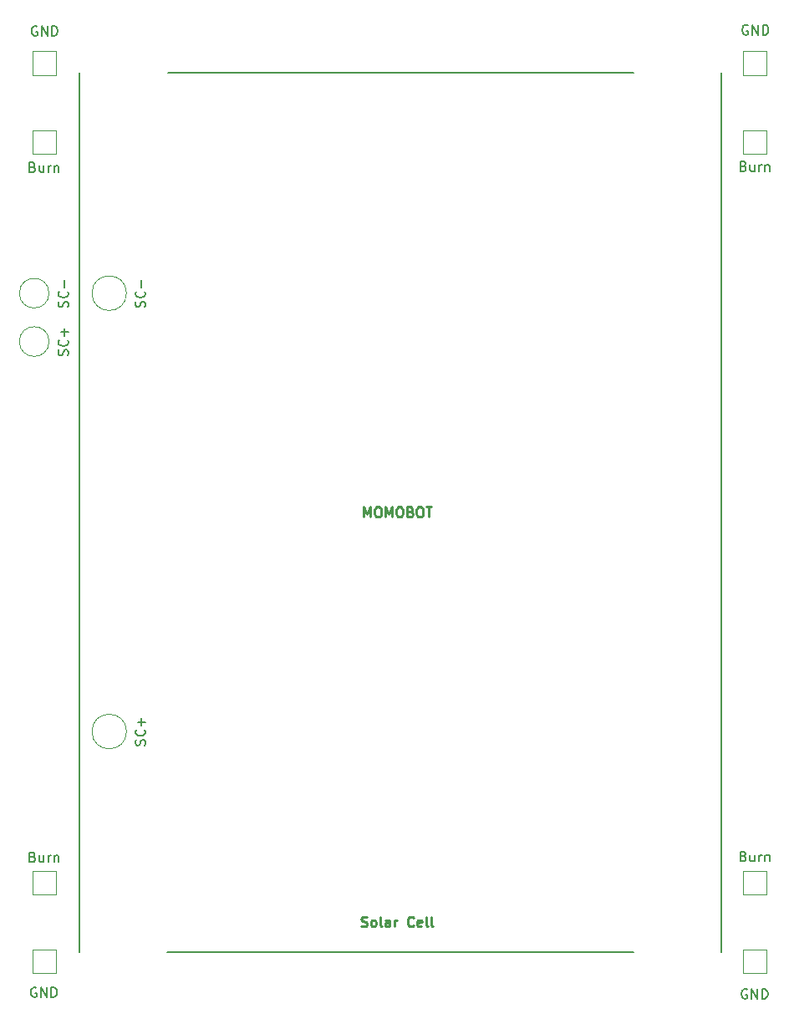
<source format=gto>
G04 #@! TF.GenerationSoftware,KiCad,Pcbnew,(6.0.5-0)*
G04 #@! TF.CreationDate,2022-12-26T00:23:02-05:00*
G04 #@! TF.ProjectId,solar-cell-pcbs-burn-wire-vertical,736f6c61-722d-4636-956c-6c2d70636273,rev?*
G04 #@! TF.SameCoordinates,Original*
G04 #@! TF.FileFunction,Legend,Top*
G04 #@! TF.FilePolarity,Positive*
%FSLAX46Y46*%
G04 Gerber Fmt 4.6, Leading zero omitted, Abs format (unit mm)*
G04 Created by KiCad (PCBNEW (6.0.5-0)) date 2022-12-26 00:23:02*
%MOMM*%
%LPD*%
G01*
G04 APERTURE LIST*
%ADD10C,0.200000*%
%ADD11C,0.150000*%
%ADD12C,0.250000*%
%ADD13C,0.120000*%
%ADD14R,2.000000X2.000000*%
%ADD15C,2.000000*%
%ADD16C,5.600000*%
%ADD17C,3.000000*%
G04 APERTURE END LIST*
D10*
X88500000Y-135000000D02*
X135700000Y-135000000D01*
X88550000Y-46000000D02*
X135700000Y-46000000D01*
D11*
X144600000Y-46000000D02*
X144600000Y-135000000D01*
X79600000Y-46000000D02*
X79600000Y-135000000D01*
D12*
X108392857Y-90952380D02*
X108392857Y-89952380D01*
X108726190Y-90666666D01*
X109059523Y-89952380D01*
X109059523Y-90952380D01*
X109726190Y-89952380D02*
X109916666Y-89952380D01*
X110011904Y-90000000D01*
X110107142Y-90095238D01*
X110154761Y-90285714D01*
X110154761Y-90619047D01*
X110107142Y-90809523D01*
X110011904Y-90904761D01*
X109916666Y-90952380D01*
X109726190Y-90952380D01*
X109630952Y-90904761D01*
X109535714Y-90809523D01*
X109488095Y-90619047D01*
X109488095Y-90285714D01*
X109535714Y-90095238D01*
X109630952Y-90000000D01*
X109726190Y-89952380D01*
X110583333Y-90952380D02*
X110583333Y-89952380D01*
X110916666Y-90666666D01*
X111250000Y-89952380D01*
X111250000Y-90952380D01*
X111916666Y-89952380D02*
X112107142Y-89952380D01*
X112202380Y-90000000D01*
X112297619Y-90095238D01*
X112345238Y-90285714D01*
X112345238Y-90619047D01*
X112297619Y-90809523D01*
X112202380Y-90904761D01*
X112107142Y-90952380D01*
X111916666Y-90952380D01*
X111821428Y-90904761D01*
X111726190Y-90809523D01*
X111678571Y-90619047D01*
X111678571Y-90285714D01*
X111726190Y-90095238D01*
X111821428Y-90000000D01*
X111916666Y-89952380D01*
X113107142Y-90428571D02*
X113250000Y-90476190D01*
X113297619Y-90523809D01*
X113345238Y-90619047D01*
X113345238Y-90761904D01*
X113297619Y-90857142D01*
X113250000Y-90904761D01*
X113154761Y-90952380D01*
X112773809Y-90952380D01*
X112773809Y-89952380D01*
X113107142Y-89952380D01*
X113202380Y-90000000D01*
X113250000Y-90047619D01*
X113297619Y-90142857D01*
X113297619Y-90238095D01*
X113250000Y-90333333D01*
X113202380Y-90380952D01*
X113107142Y-90428571D01*
X112773809Y-90428571D01*
X113964285Y-89952380D02*
X114154761Y-89952380D01*
X114250000Y-90000000D01*
X114345238Y-90095238D01*
X114392857Y-90285714D01*
X114392857Y-90619047D01*
X114345238Y-90809523D01*
X114250000Y-90904761D01*
X114154761Y-90952380D01*
X113964285Y-90952380D01*
X113869047Y-90904761D01*
X113773809Y-90809523D01*
X113726190Y-90619047D01*
X113726190Y-90285714D01*
X113773809Y-90095238D01*
X113869047Y-90000000D01*
X113964285Y-89952380D01*
X114678571Y-89952380D02*
X115250000Y-89952380D01*
X114964285Y-90952380D02*
X114964285Y-89952380D01*
X108154761Y-132404761D02*
X108297619Y-132452380D01*
X108535714Y-132452380D01*
X108630952Y-132404761D01*
X108678571Y-132357142D01*
X108726190Y-132261904D01*
X108726190Y-132166666D01*
X108678571Y-132071428D01*
X108630952Y-132023809D01*
X108535714Y-131976190D01*
X108345238Y-131928571D01*
X108250000Y-131880952D01*
X108202380Y-131833333D01*
X108154761Y-131738095D01*
X108154761Y-131642857D01*
X108202380Y-131547619D01*
X108250000Y-131500000D01*
X108345238Y-131452380D01*
X108583333Y-131452380D01*
X108726190Y-131500000D01*
X109297619Y-132452380D02*
X109202380Y-132404761D01*
X109154761Y-132357142D01*
X109107142Y-132261904D01*
X109107142Y-131976190D01*
X109154761Y-131880952D01*
X109202380Y-131833333D01*
X109297619Y-131785714D01*
X109440476Y-131785714D01*
X109535714Y-131833333D01*
X109583333Y-131880952D01*
X109630952Y-131976190D01*
X109630952Y-132261904D01*
X109583333Y-132357142D01*
X109535714Y-132404761D01*
X109440476Y-132452380D01*
X109297619Y-132452380D01*
X110202380Y-132452380D02*
X110107142Y-132404761D01*
X110059523Y-132309523D01*
X110059523Y-131452380D01*
X111011904Y-132452380D02*
X111011904Y-131928571D01*
X110964285Y-131833333D01*
X110869047Y-131785714D01*
X110678571Y-131785714D01*
X110583333Y-131833333D01*
X111011904Y-132404761D02*
X110916666Y-132452380D01*
X110678571Y-132452380D01*
X110583333Y-132404761D01*
X110535714Y-132309523D01*
X110535714Y-132214285D01*
X110583333Y-132119047D01*
X110678571Y-132071428D01*
X110916666Y-132071428D01*
X111011904Y-132023809D01*
X111488095Y-132452380D02*
X111488095Y-131785714D01*
X111488095Y-131976190D02*
X111535714Y-131880952D01*
X111583333Y-131833333D01*
X111678571Y-131785714D01*
X111773809Y-131785714D01*
X113440476Y-132357142D02*
X113392857Y-132404761D01*
X113250000Y-132452380D01*
X113154761Y-132452380D01*
X113011904Y-132404761D01*
X112916666Y-132309523D01*
X112869047Y-132214285D01*
X112821428Y-132023809D01*
X112821428Y-131880952D01*
X112869047Y-131690476D01*
X112916666Y-131595238D01*
X113011904Y-131500000D01*
X113154761Y-131452380D01*
X113250000Y-131452380D01*
X113392857Y-131500000D01*
X113440476Y-131547619D01*
X114250000Y-132404761D02*
X114154761Y-132452380D01*
X113964285Y-132452380D01*
X113869047Y-132404761D01*
X113821428Y-132309523D01*
X113821428Y-131928571D01*
X113869047Y-131833333D01*
X113964285Y-131785714D01*
X114154761Y-131785714D01*
X114250000Y-131833333D01*
X114297619Y-131928571D01*
X114297619Y-132023809D01*
X113821428Y-132119047D01*
X114869047Y-132452380D02*
X114773809Y-132404761D01*
X114726190Y-132309523D01*
X114726190Y-131452380D01*
X115392857Y-132452380D02*
X115297619Y-132404761D01*
X115250000Y-132309523D01*
X115250000Y-131452380D01*
D11*
X146857142Y-125328571D02*
X147000000Y-125376190D01*
X147047619Y-125423809D01*
X147095238Y-125519047D01*
X147095238Y-125661904D01*
X147047619Y-125757142D01*
X147000000Y-125804761D01*
X146904761Y-125852380D01*
X146523809Y-125852380D01*
X146523809Y-124852380D01*
X146857142Y-124852380D01*
X146952380Y-124900000D01*
X147000000Y-124947619D01*
X147047619Y-125042857D01*
X147047619Y-125138095D01*
X147000000Y-125233333D01*
X146952380Y-125280952D01*
X146857142Y-125328571D01*
X146523809Y-125328571D01*
X147952380Y-125185714D02*
X147952380Y-125852380D01*
X147523809Y-125185714D02*
X147523809Y-125709523D01*
X147571428Y-125804761D01*
X147666666Y-125852380D01*
X147809523Y-125852380D01*
X147904761Y-125804761D01*
X147952380Y-125757142D01*
X148428571Y-125852380D02*
X148428571Y-125185714D01*
X148428571Y-125376190D02*
X148476190Y-125280952D01*
X148523809Y-125233333D01*
X148619047Y-125185714D01*
X148714285Y-125185714D01*
X149047619Y-125185714D02*
X149047619Y-125852380D01*
X149047619Y-125280952D02*
X149095238Y-125233333D01*
X149190476Y-125185714D01*
X149333333Y-125185714D01*
X149428571Y-125233333D01*
X149476190Y-125328571D01*
X149476190Y-125852380D01*
X78404761Y-74604761D02*
X78452380Y-74461904D01*
X78452380Y-74223809D01*
X78404761Y-74128571D01*
X78357142Y-74080952D01*
X78261904Y-74033333D01*
X78166666Y-74033333D01*
X78071428Y-74080952D01*
X78023809Y-74128571D01*
X77976190Y-74223809D01*
X77928571Y-74414285D01*
X77880952Y-74509523D01*
X77833333Y-74557142D01*
X77738095Y-74604761D01*
X77642857Y-74604761D01*
X77547619Y-74557142D01*
X77500000Y-74509523D01*
X77452380Y-74414285D01*
X77452380Y-74176190D01*
X77500000Y-74033333D01*
X78357142Y-73033333D02*
X78404761Y-73080952D01*
X78452380Y-73223809D01*
X78452380Y-73319047D01*
X78404761Y-73461904D01*
X78309523Y-73557142D01*
X78214285Y-73604761D01*
X78023809Y-73652380D01*
X77880952Y-73652380D01*
X77690476Y-73604761D01*
X77595238Y-73557142D01*
X77500000Y-73461904D01*
X77452380Y-73319047D01*
X77452380Y-73223809D01*
X77500000Y-73080952D01*
X77547619Y-73033333D01*
X78071428Y-72604761D02*
X78071428Y-71842857D01*
X78452380Y-72223809D02*
X77690476Y-72223809D01*
X75213095Y-138650000D02*
X75117857Y-138602380D01*
X74975000Y-138602380D01*
X74832142Y-138650000D01*
X74736904Y-138745238D01*
X74689285Y-138840476D01*
X74641666Y-139030952D01*
X74641666Y-139173809D01*
X74689285Y-139364285D01*
X74736904Y-139459523D01*
X74832142Y-139554761D01*
X74975000Y-139602380D01*
X75070238Y-139602380D01*
X75213095Y-139554761D01*
X75260714Y-139507142D01*
X75260714Y-139173809D01*
X75070238Y-139173809D01*
X75689285Y-139602380D02*
X75689285Y-138602380D01*
X76260714Y-139602380D01*
X76260714Y-138602380D01*
X76736904Y-139602380D02*
X76736904Y-138602380D01*
X76975000Y-138602380D01*
X77117857Y-138650000D01*
X77213095Y-138745238D01*
X77260714Y-138840476D01*
X77308333Y-139030952D01*
X77308333Y-139173809D01*
X77260714Y-139364285D01*
X77213095Y-139459523D01*
X77117857Y-139554761D01*
X76975000Y-139602380D01*
X76736904Y-139602380D01*
X86204761Y-114104761D02*
X86252380Y-113961904D01*
X86252380Y-113723809D01*
X86204761Y-113628571D01*
X86157142Y-113580952D01*
X86061904Y-113533333D01*
X85966666Y-113533333D01*
X85871428Y-113580952D01*
X85823809Y-113628571D01*
X85776190Y-113723809D01*
X85728571Y-113914285D01*
X85680952Y-114009523D01*
X85633333Y-114057142D01*
X85538095Y-114104761D01*
X85442857Y-114104761D01*
X85347619Y-114057142D01*
X85300000Y-114009523D01*
X85252380Y-113914285D01*
X85252380Y-113676190D01*
X85300000Y-113533333D01*
X86157142Y-112533333D02*
X86204761Y-112580952D01*
X86252380Y-112723809D01*
X86252380Y-112819047D01*
X86204761Y-112961904D01*
X86109523Y-113057142D01*
X86014285Y-113104761D01*
X85823809Y-113152380D01*
X85680952Y-113152380D01*
X85490476Y-113104761D01*
X85395238Y-113057142D01*
X85300000Y-112961904D01*
X85252380Y-112819047D01*
X85252380Y-112723809D01*
X85300000Y-112580952D01*
X85347619Y-112533333D01*
X85871428Y-112104761D02*
X85871428Y-111342857D01*
X86252380Y-111723809D02*
X85490476Y-111723809D01*
X147288095Y-41175000D02*
X147192857Y-41127380D01*
X147050000Y-41127380D01*
X146907142Y-41175000D01*
X146811904Y-41270238D01*
X146764285Y-41365476D01*
X146716666Y-41555952D01*
X146716666Y-41698809D01*
X146764285Y-41889285D01*
X146811904Y-41984523D01*
X146907142Y-42079761D01*
X147050000Y-42127380D01*
X147145238Y-42127380D01*
X147288095Y-42079761D01*
X147335714Y-42032142D01*
X147335714Y-41698809D01*
X147145238Y-41698809D01*
X147764285Y-42127380D02*
X147764285Y-41127380D01*
X148335714Y-42127380D01*
X148335714Y-41127380D01*
X148811904Y-42127380D02*
X148811904Y-41127380D01*
X149050000Y-41127380D01*
X149192857Y-41175000D01*
X149288095Y-41270238D01*
X149335714Y-41365476D01*
X149383333Y-41555952D01*
X149383333Y-41698809D01*
X149335714Y-41889285D01*
X149288095Y-41984523D01*
X149192857Y-42079761D01*
X149050000Y-42127380D01*
X148811904Y-42127380D01*
X74857142Y-55528571D02*
X75000000Y-55576190D01*
X75047619Y-55623809D01*
X75095238Y-55719047D01*
X75095238Y-55861904D01*
X75047619Y-55957142D01*
X75000000Y-56004761D01*
X74904761Y-56052380D01*
X74523809Y-56052380D01*
X74523809Y-55052380D01*
X74857142Y-55052380D01*
X74952380Y-55100000D01*
X75000000Y-55147619D01*
X75047619Y-55242857D01*
X75047619Y-55338095D01*
X75000000Y-55433333D01*
X74952380Y-55480952D01*
X74857142Y-55528571D01*
X74523809Y-55528571D01*
X75952380Y-55385714D02*
X75952380Y-56052380D01*
X75523809Y-55385714D02*
X75523809Y-55909523D01*
X75571428Y-56004761D01*
X75666666Y-56052380D01*
X75809523Y-56052380D01*
X75904761Y-56004761D01*
X75952380Y-55957142D01*
X76428571Y-56052380D02*
X76428571Y-55385714D01*
X76428571Y-55576190D02*
X76476190Y-55480952D01*
X76523809Y-55433333D01*
X76619047Y-55385714D01*
X76714285Y-55385714D01*
X77047619Y-55385714D02*
X77047619Y-56052380D01*
X77047619Y-55480952D02*
X77095238Y-55433333D01*
X77190476Y-55385714D01*
X77333333Y-55385714D01*
X77428571Y-55433333D01*
X77476190Y-55528571D01*
X77476190Y-56052380D01*
X75288095Y-41275000D02*
X75192857Y-41227380D01*
X75050000Y-41227380D01*
X74907142Y-41275000D01*
X74811904Y-41370238D01*
X74764285Y-41465476D01*
X74716666Y-41655952D01*
X74716666Y-41798809D01*
X74764285Y-41989285D01*
X74811904Y-42084523D01*
X74907142Y-42179761D01*
X75050000Y-42227380D01*
X75145238Y-42227380D01*
X75288095Y-42179761D01*
X75335714Y-42132142D01*
X75335714Y-41798809D01*
X75145238Y-41798809D01*
X75764285Y-42227380D02*
X75764285Y-41227380D01*
X76335714Y-42227380D01*
X76335714Y-41227380D01*
X76811904Y-42227380D02*
X76811904Y-41227380D01*
X77050000Y-41227380D01*
X77192857Y-41275000D01*
X77288095Y-41370238D01*
X77335714Y-41465476D01*
X77383333Y-41655952D01*
X77383333Y-41798809D01*
X77335714Y-41989285D01*
X77288095Y-42084523D01*
X77192857Y-42179761D01*
X77050000Y-42227380D01*
X76811904Y-42227380D01*
X74857142Y-125403571D02*
X75000000Y-125451190D01*
X75047619Y-125498809D01*
X75095238Y-125594047D01*
X75095238Y-125736904D01*
X75047619Y-125832142D01*
X75000000Y-125879761D01*
X74904761Y-125927380D01*
X74523809Y-125927380D01*
X74523809Y-124927380D01*
X74857142Y-124927380D01*
X74952380Y-124975000D01*
X75000000Y-125022619D01*
X75047619Y-125117857D01*
X75047619Y-125213095D01*
X75000000Y-125308333D01*
X74952380Y-125355952D01*
X74857142Y-125403571D01*
X74523809Y-125403571D01*
X75952380Y-125260714D02*
X75952380Y-125927380D01*
X75523809Y-125260714D02*
X75523809Y-125784523D01*
X75571428Y-125879761D01*
X75666666Y-125927380D01*
X75809523Y-125927380D01*
X75904761Y-125879761D01*
X75952380Y-125832142D01*
X76428571Y-125927380D02*
X76428571Y-125260714D01*
X76428571Y-125451190D02*
X76476190Y-125355952D01*
X76523809Y-125308333D01*
X76619047Y-125260714D01*
X76714285Y-125260714D01*
X77047619Y-125260714D02*
X77047619Y-125927380D01*
X77047619Y-125355952D02*
X77095238Y-125308333D01*
X77190476Y-125260714D01*
X77333333Y-125260714D01*
X77428571Y-125308333D01*
X77476190Y-125403571D01*
X77476190Y-125927380D01*
X78404761Y-69704761D02*
X78452380Y-69561904D01*
X78452380Y-69323809D01*
X78404761Y-69228571D01*
X78357142Y-69180952D01*
X78261904Y-69133333D01*
X78166666Y-69133333D01*
X78071428Y-69180952D01*
X78023809Y-69228571D01*
X77976190Y-69323809D01*
X77928571Y-69514285D01*
X77880952Y-69609523D01*
X77833333Y-69657142D01*
X77738095Y-69704761D01*
X77642857Y-69704761D01*
X77547619Y-69657142D01*
X77500000Y-69609523D01*
X77452380Y-69514285D01*
X77452380Y-69276190D01*
X77500000Y-69133333D01*
X78357142Y-68133333D02*
X78404761Y-68180952D01*
X78452380Y-68323809D01*
X78452380Y-68419047D01*
X78404761Y-68561904D01*
X78309523Y-68657142D01*
X78214285Y-68704761D01*
X78023809Y-68752380D01*
X77880952Y-68752380D01*
X77690476Y-68704761D01*
X77595238Y-68657142D01*
X77500000Y-68561904D01*
X77452380Y-68419047D01*
X77452380Y-68323809D01*
X77500000Y-68180952D01*
X77547619Y-68133333D01*
X78071428Y-67704761D02*
X78071428Y-66942857D01*
X86204761Y-69704761D02*
X86252380Y-69561904D01*
X86252380Y-69323809D01*
X86204761Y-69228571D01*
X86157142Y-69180952D01*
X86061904Y-69133333D01*
X85966666Y-69133333D01*
X85871428Y-69180952D01*
X85823809Y-69228571D01*
X85776190Y-69323809D01*
X85728571Y-69514285D01*
X85680952Y-69609523D01*
X85633333Y-69657142D01*
X85538095Y-69704761D01*
X85442857Y-69704761D01*
X85347619Y-69657142D01*
X85300000Y-69609523D01*
X85252380Y-69514285D01*
X85252380Y-69276190D01*
X85300000Y-69133333D01*
X86157142Y-68133333D02*
X86204761Y-68180952D01*
X86252380Y-68323809D01*
X86252380Y-68419047D01*
X86204761Y-68561904D01*
X86109523Y-68657142D01*
X86014285Y-68704761D01*
X85823809Y-68752380D01*
X85680952Y-68752380D01*
X85490476Y-68704761D01*
X85395238Y-68657142D01*
X85300000Y-68561904D01*
X85252380Y-68419047D01*
X85252380Y-68323809D01*
X85300000Y-68180952D01*
X85347619Y-68133333D01*
X85871428Y-67704761D02*
X85871428Y-66942857D01*
X146857142Y-55428571D02*
X147000000Y-55476190D01*
X147047619Y-55523809D01*
X147095238Y-55619047D01*
X147095238Y-55761904D01*
X147047619Y-55857142D01*
X147000000Y-55904761D01*
X146904761Y-55952380D01*
X146523809Y-55952380D01*
X146523809Y-54952380D01*
X146857142Y-54952380D01*
X146952380Y-55000000D01*
X147000000Y-55047619D01*
X147047619Y-55142857D01*
X147047619Y-55238095D01*
X147000000Y-55333333D01*
X146952380Y-55380952D01*
X146857142Y-55428571D01*
X146523809Y-55428571D01*
X147952380Y-55285714D02*
X147952380Y-55952380D01*
X147523809Y-55285714D02*
X147523809Y-55809523D01*
X147571428Y-55904761D01*
X147666666Y-55952380D01*
X147809523Y-55952380D01*
X147904761Y-55904761D01*
X147952380Y-55857142D01*
X148428571Y-55952380D02*
X148428571Y-55285714D01*
X148428571Y-55476190D02*
X148476190Y-55380952D01*
X148523809Y-55333333D01*
X148619047Y-55285714D01*
X148714285Y-55285714D01*
X149047619Y-55285714D02*
X149047619Y-55952380D01*
X149047619Y-55380952D02*
X149095238Y-55333333D01*
X149190476Y-55285714D01*
X149333333Y-55285714D01*
X149428571Y-55333333D01*
X149476190Y-55428571D01*
X149476190Y-55952380D01*
X147213095Y-138825000D02*
X147117857Y-138777380D01*
X146975000Y-138777380D01*
X146832142Y-138825000D01*
X146736904Y-138920238D01*
X146689285Y-139015476D01*
X146641666Y-139205952D01*
X146641666Y-139348809D01*
X146689285Y-139539285D01*
X146736904Y-139634523D01*
X146832142Y-139729761D01*
X146975000Y-139777380D01*
X147070238Y-139777380D01*
X147213095Y-139729761D01*
X147260714Y-139682142D01*
X147260714Y-139348809D01*
X147070238Y-139348809D01*
X147689285Y-139777380D02*
X147689285Y-138777380D01*
X148260714Y-139777380D01*
X148260714Y-138777380D01*
X148736904Y-139777380D02*
X148736904Y-138777380D01*
X148975000Y-138777380D01*
X149117857Y-138825000D01*
X149213095Y-138920238D01*
X149260714Y-139015476D01*
X149308333Y-139205952D01*
X149308333Y-139348809D01*
X149260714Y-139539285D01*
X149213095Y-139634523D01*
X149117857Y-139729761D01*
X148975000Y-139777380D01*
X148736904Y-139777380D01*
D13*
X149200000Y-129200000D02*
X146800000Y-129200000D01*
X146800000Y-129200000D02*
X146800000Y-126800000D01*
X149200000Y-126800000D02*
X149200000Y-129200000D01*
X146800000Y-126800000D02*
X149200000Y-126800000D01*
X76500000Y-73200000D02*
G75*
G03*
X76500000Y-73200000I-1500000J0D01*
G01*
X74800000Y-134800000D02*
X77200000Y-134800000D01*
X77200000Y-134800000D02*
X77200000Y-137200000D01*
X77200000Y-137200000D02*
X74800000Y-137200000D01*
X74800000Y-137200000D02*
X74800000Y-134800000D01*
X84350000Y-112700000D02*
G75*
G03*
X84350000Y-112700000I-1750000J0D01*
G01*
X149200000Y-46200000D02*
X146800000Y-46200000D01*
X146800000Y-43800000D02*
X149200000Y-43800000D01*
X146800000Y-46200000D02*
X146800000Y-43800000D01*
X149200000Y-43800000D02*
X149200000Y-46200000D01*
X77200000Y-54200000D02*
X74800000Y-54200000D01*
X74800000Y-54200000D02*
X74800000Y-51800000D01*
X77200000Y-51800000D02*
X77200000Y-54200000D01*
X74800000Y-51800000D02*
X77200000Y-51800000D01*
X74800000Y-46200000D02*
X74800000Y-43800000D01*
X74800000Y-43800000D02*
X77200000Y-43800000D01*
X77200000Y-46200000D02*
X74800000Y-46200000D01*
X77200000Y-43800000D02*
X77200000Y-46200000D01*
X77200000Y-129200000D02*
X74800000Y-129200000D01*
X74800000Y-126800000D02*
X77200000Y-126800000D01*
X77200000Y-126800000D02*
X77200000Y-129200000D01*
X74800000Y-129200000D02*
X74800000Y-126800000D01*
X76500000Y-68300000D02*
G75*
G03*
X76500000Y-68300000I-1500000J0D01*
G01*
X84350000Y-68300000D02*
G75*
G03*
X84350000Y-68300000I-1750000J0D01*
G01*
X149200000Y-54200000D02*
X146800000Y-54200000D01*
X149200000Y-51800000D02*
X149200000Y-54200000D01*
X146800000Y-54200000D02*
X146800000Y-51800000D01*
X146800000Y-51800000D02*
X149200000Y-51800000D01*
X146800000Y-134800000D02*
X149200000Y-134800000D01*
X149200000Y-134800000D02*
X149200000Y-137200000D01*
X146800000Y-137200000D02*
X146800000Y-134800000D01*
X149200000Y-137200000D02*
X146800000Y-137200000D01*
%LPC*%
D14*
X148000000Y-128000000D03*
D15*
X75000000Y-73200000D03*
D16*
X98350000Y-138250000D03*
D14*
X76000000Y-136000000D03*
D17*
X82600000Y-112700000D03*
D14*
X148000000Y-45000000D03*
D16*
X125850000Y-138250000D03*
D14*
X76000000Y-53000000D03*
D16*
X125850000Y-42750000D03*
D14*
X76000000Y-45000000D03*
X76000000Y-128000000D03*
D15*
X75000000Y-68300000D03*
D17*
X82600000Y-68300000D03*
D16*
X98350000Y-42750000D03*
D14*
X148000000Y-53000000D03*
X148000000Y-136000000D03*
M02*

</source>
